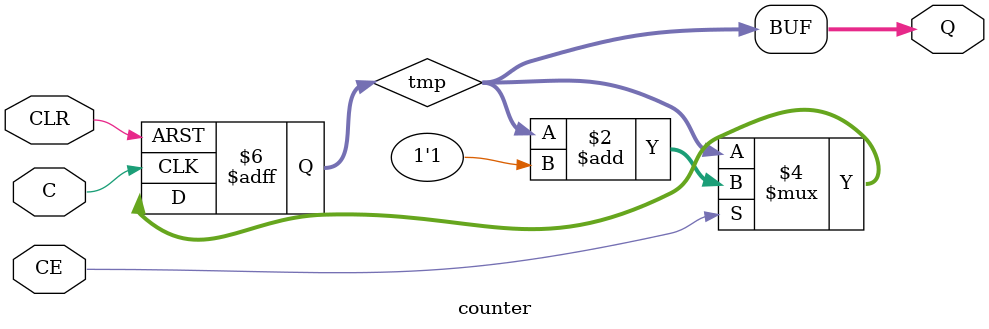
<source format=v>
`timescale 1ns / 1ps
module counter(C, CLR, CE, Q);
input C, CLR, CE;
output [3:0] Q;
reg [3:0] tmp;
always @(posedge C or posedge CLR)
begin
if (CLR)
tmp = 4'b0000;
else
if (CE)
tmp = tmp + 1'b1;
end
assign Q = tmp;


endmodule

</source>
